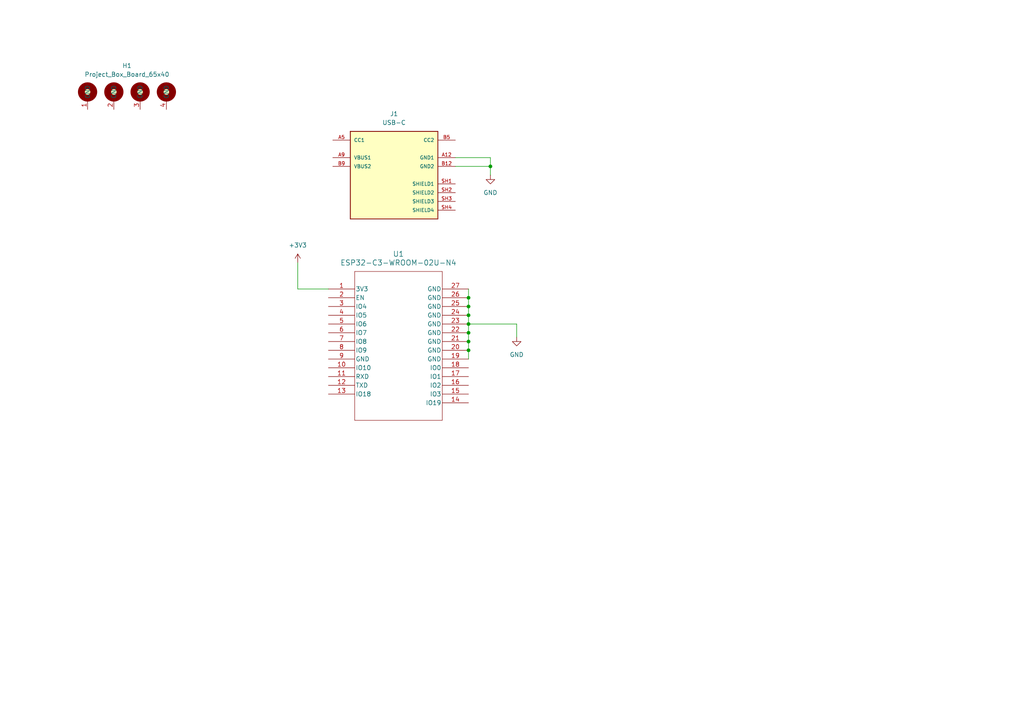
<source format=kicad_sch>
(kicad_sch (version 20231120) (generator "eeschema") (generator_version "8.0")
  (paper "A4")
  (lib_symbols
    (symbol "Alexander Symbol Library:ESP32-C3-WROOM-02U-N4" (pin_names (offset 0.254))
      (property "Reference" "U" (at 20.32 10.16 0))
      (property "Value" "ESP32-C3-WROOM-02U-N4" (at 20.32 7.62 0))
      (symbol "ESP32-C3-WROOM-02U-N4_0_1"
        (polyline (pts (xy 7.62 -38.1) (xy 33.02 -38.1)) (stroke (width 0.127)))
        (polyline (pts (xy 7.62 5.08) (xy 7.62 -38.1)) (stroke (width 0.127)))
        (polyline (pts (xy 33.02 -38.1) (xy 33.02 5.08)) (stroke (width 0.127)))
        (polyline (pts (xy 33.02 5.08) (xy 7.62 5.08)) (stroke (width 0.127)))
        (pin power_in line (at 0 0 0) (length 7.62) (name "3V3") (number "1"))
        (pin bidirectional line (at 0 -22.86 0) (length 7.62) (name "IO10") (number "10"))
        (pin bidirectional line (at 0 -25.4 0) (length 7.62) (name "RXD") (number "11"))
        (pin bidirectional line (at 0 -27.94 0) (length 7.62) (name "TXD") (number "12"))
        (pin bidirectional line (at 0 -30.48 0) (length 7.62) (name "IO18") (number "13"))
        (pin bidirectional line (at 40.64 -33.02 180) (length 7.62) (name "IO19") (number "14"))
        (pin bidirectional line (at 40.64 -30.48 180) (length 7.62) (name "IO3") (number "15"))
        (pin bidirectional line (at 40.64 -27.94 180) (length 7.62) (name "IO2") (number "16"))
        (pin bidirectional line (at 40.64 -25.4 180) (length 7.62) (name "IO1") (number "17"))
        (pin bidirectional line (at 40.64 -22.86 180) (length 7.62) (name "IO0") (number "18"))
        (pin power_out line (at 40.64 -20.32 180) (length 7.62) (name "GND") (number "19"))
        (pin input line (at 0 -2.54 0) (length 7.62) (name "EN") (number "2"))
        (pin power_out line (at 40.64 -17.78 180) (length 7.62) (name "GND") (number "20"))
        (pin power_out line (at 40.64 -15.24 180) (length 7.62) (name "GND") (number "21"))
        (pin power_out line (at 40.64 -12.7 180) (length 7.62) (name "GND") (number "22"))
        (pin power_out line (at 40.64 -10.16 180) (length 7.62) (name "GND") (number "23"))
        (pin power_out line (at 40.64 -7.62 180) (length 7.62) (name "GND") (number "24"))
        (pin power_out line (at 40.64 -5.08 180) (length 7.62) (name "GND") (number "25"))
        (pin power_out line (at 40.64 -2.54 180) (length 7.62) (name "GND") (number "26"))
        (pin power_out line (at 40.64 0 180) (length 7.62) (name "GND") (number "27"))
        (pin bidirectional line (at 0 -5.08 0) (length 7.62) (name "IO4") (number "3"))
        (pin bidirectional line (at 0 -7.62 0) (length 7.62) (name "IO5") (number "4"))
        (pin bidirectional line (at 0 -10.16 0) (length 7.62) (name "IO6") (number "5"))
        (pin bidirectional line (at 0 -12.7 0) (length 7.62) (name "IO7") (number "6"))
        (pin bidirectional line (at 0 -15.24 0) (length 7.62) (name "IO8") (number "7"))
        (pin bidirectional line (at 0 -17.78 0) (length 7.62) (name "IO9") (number "8"))
        (pin power_out line (at 0 -20.32 0) (length 7.62) (name "GND") (number "9"))
      )
    )
    (symbol "Alexander_Library_Symbols:Project_Box_Board_65x40"
      (property "Reference" "H" (at 0 7.62 0))
      (property "Value" "Project_Box_Board_65x40" (at 0 5.08 0))
      (symbol "Project_Box_Board_65x40_0_1"
        (circle (center -11.43 -1.27) (radius 1.27) (fill (type background)))
        (circle (center -11.43 -1.27) (radius 1.7961) (stroke (width 2)))
        (circle (center -3.81 -1.27) (radius 1.27) (fill (type background)))
        (circle (center -3.81 -1.27) (radius 1.7961) (stroke (width 2)))
        (circle (center 3.81 -1.27) (radius 1.27) (fill (type background)))
        (circle (center 3.81 -1.27) (radius 1.7961) (stroke (width 2)))
        (circle (center 11.43 -1.27) (radius 1.27) (fill (type background)))
        (circle (center 11.43 -1.27) (radius 1.7961) (stroke (width 2)))
      )
      (symbol "Project_Box_Board_65x40_1_1"
        (pin passive line (at -11.43 -6.35 90) (length 2.54) (name "GND") (number "1"))
        (pin passive line (at -3.81 -6.35 90) (length 2.54) (name "GND") (number "2"))
        (pin passive line (at 3.81 -6.35 90) (length 2.54) (name "GND") (number "3"))
        (pin passive line (at 11.43 -6.35 90) (length 2.54) (name "GND") (number "4"))
      )
    )
    (symbol "Alexander_Library_Symbols:USB-C RCP USB2.0 6POS" (pin_names (offset 1.016))
      (property "Reference" "J" (at -12.7 13.2842 0))
      (property "Value" "USB-C" (at -12.7 -15.24 0))
      (symbol "USB-C RCP USB2.0 6POS_0_0"
        (rectangle (start -12.7 -12.7) (end 12.7 12.7) (stroke (width 0.254)) (fill (type background)))
        (pin power_in line (at 17.78 5.08 180) (length 5.08) (name "GND1") (number "A12"))
        (pin bidirectional line (at -17.78 10.16 0) (length 5.08) (name "CC1") (number "A5"))
        (pin power_in line (at -17.78 5.08 0) (length 5.08) (name "VBUS1") (number "A9"))
        (pin power_in line (at 17.78 2.54 180) (length 5.08) (name "GND2") (number "B12"))
        (pin bidirectional line (at 17.78 10.16 180) (length 5.08) (name "CC2") (number "B5"))
        (pin power_in line (at -17.78 2.54 0) (length 5.08) (name "VBUS2") (number "B9"))
        (pin passive line (at 17.78 -2.54 180) (length 5.08) (name "SHIELD1") (number "SH1"))
        (pin passive line (at 17.78 -5.08 180) (length 5.08) (name "SHIELD2") (number "SH2"))
        (pin passive line (at 17.78 -7.62 180) (length 5.08) (name "SHIELD3") (number "SH3"))
        (pin passive line (at 17.78 -10.16 180) (length 5.08) (name "SHIELD4") (number "SH4"))
      )
    )
    (symbol "power:+3V3" (power) (pin_numbers hide) (pin_names (offset 0) hide)
      (property "Value" "+3V3" (at 0 3.556 0))
      (symbol "+3V3_0_1"
        (polyline (pts (xy -0.762 1.27) (xy 0 2.54)))
        (polyline (pts (xy 0 0) (xy 0 2.54)))
        (polyline (pts (xy 0 2.54) (xy 0.762 1.27)))
      )
      (symbol "+3V3_1_1"
        (pin power_in line (at 0 0 90) (length 0) (name "~") (number "1"))
      )
    )
    (symbol "power:GND" (power) (pin_numbers hide) (pin_names (offset 0) hide)
      (property "Value" "GND" (at 0 -3.81 0))
      (symbol "GND_0_1"
        (polyline (pts (xy 0 0) (xy 0 -1.27) (xy 1.27 -1.27) (xy 0 -2.54) (xy -1.27 -1.27) (xy 0 -1.27)))
      )
      (symbol "GND_1_1"
        (pin power_in line (at 0 0 270) (length 0) (name "~") (number "1"))
      )
    )
  )
  (junction (at 135.89 96.52))
  (junction (at 135.89 86.36))
  (junction (at 135.89 93.98))
  (junction (at 135.89 91.44))
  (junction (at 135.89 88.9))
  (junction (at 142.24 48.26))
  (junction (at 135.89 99.06))
  (junction (at 135.89 101.6))
  (wire (pts (xy 95.25 83.82) (xy 86.36 83.82)))
  (wire (pts (xy 135.89 99.06) (xy 135.89 101.6)))
  (wire (pts (xy 149.86 97.79) (xy 149.86 93.98)))
  (wire (pts (xy 132.08 48.26) (xy 142.24 48.26)))
  (wire (pts (xy 142.24 45.72) (xy 142.24 48.26)))
  (wire (pts (xy 135.89 101.6) (xy 135.89 104.14)))
  (wire (pts (xy 132.08 45.72) (xy 142.24 45.72)))
  (wire (pts (xy 135.89 83.82) (xy 135.89 86.36)))
  (wire (pts (xy 86.36 83.82) (xy 86.36 76.2)))
  (wire (pts (xy 135.89 96.52) (xy 135.89 99.06)))
  (wire (pts (xy 142.24 50.8) (xy 142.24 48.26)))
  (wire (pts (xy 135.89 93.98) (xy 135.89 96.52)))
  (wire (pts (xy 135.89 91.44) (xy 135.89 93.98)))
  (wire (pts (xy 135.89 86.36) (xy 135.89 88.9)))
  (wire (pts (xy 149.86 93.98) (xy 135.89 93.98)))
  (wire (pts (xy 135.89 88.9) (xy 135.89 91.44)))
  (symbol (lib_id "power:GND") (at 149.86 97.79 0) (unit 1)
    (property "Reference" "#PWR02" (effects (hide yes)))
    (property "Value" "GND" (at 149.86 102.87 0))
    (property "Description" "Power symbol creates a global label with name \"GND\" , ground" (effects (hide yes)))
  )
  (symbol (lib_id "Alexander Symbol Library:ESP32-C3-WROOM-02U-N4") (at 95.25 83.82 0) (unit 1)
    (property "Reference" "U1" (at 115.57 73.66 0) (effects (font (size 1.524 1.524))))
    (property "Value" "ESP32-C3-WROOM-02U-N4" (at 115.57 76.2 0) (effects (font (size 1.524 1.524))))
    (property "Footprint" "Alexander Footprint Library:ESP32-C3-WROOM-02U_EXP" (effects (hide yes)))
    (property "Datasheet" "ESP32-C3-WROOM-02U-N4" (effects (hide yes)))
  )
  (symbol (lib_id "power:GND") (at 142.24 50.8 0) (unit 1)
    (property "Reference" "#PWR01" (effects (hide yes)))
    (property "Value" "GND" (at 142.24 55.88 0))
    (property "Description" "Power symbol creates a global label with name \"GND\" , ground" (effects (hide yes)))
  )
  (symbol (lib_id "Alexander_Library_Symbols:Project_Box_Board_65x40") (at 36.83 25.4 0) (unit 1)
    (property "Reference" "H1" (at 36.83 19.05 0))
    (property "Value" "Project_Box_Board_65x40" (at 36.83 21.59 0))
    (property "Footprint" "Alexander Footprint Library:Board_65-40" (effects (hide yes)))
    (property "Description" "3.2mm Diameter Mounting Holes Pads (M3)" (effects (hide yes)))
  )
  (symbol (lib_id "power:+3V3") (at 86.36 76.2 0) (unit 1)
    (property "Reference" "#PWR03" (effects (hide yes)))
    (property "Value" "+3V3" (at 86.36 71.12 0))
    (property "Description" "Power symbol creates a global label with name \"+3V3\"" (effects (hide yes)))
  )
  (symbol (lib_id "Alexander_Library_Symbols:USB-C RCP USB2.0 6POS") (at 114.3 50.8 0) (unit 1)
    (property "Reference" "J1" (at 114.3 33.02 0))
    (property "Value" "USB-C" (at 114.3 35.56 0))
    (property "Footprint" "Alexander Footprint Library:USB-C MOLEX 2171750001" (effects (hide yes)))
    (property "PARTREV" "A1" (effects (hide yes)))
    (property "STANDARD" "Manufacturer Recommendations" (effects (hide yes)))
    (property "OPTION" "MOLEX_CONFIG" (effects (hide yes)))
    (property "MAXIMUM_PACKAGE_HEIGHT" "3.26mm" (effects (hide yes)))
    (property "MANUFACTURER" "Molex" (effects (hide yes)))
  )
)
</source>
